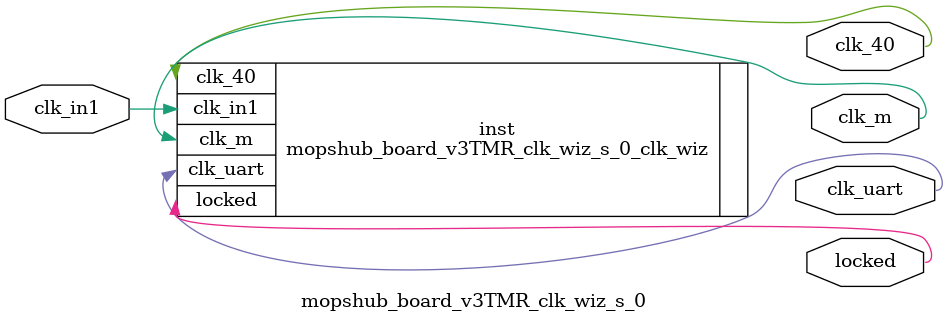
<source format=v>


`timescale 1ps/1ps

(* CORE_GENERATION_INFO = "mopshub_board_v3TMR_clk_wiz_s_0,clk_wiz_v6_0_6_0_0,{component_name=mopshub_board_v3TMR_clk_wiz_s_0,use_phase_alignment=true,use_min_o_jitter=false,use_max_i_jitter=false,use_dyn_phase_shift=false,use_inclk_switchover=false,use_dyn_reconfig=false,enable_axi=0,feedback_source=FDBK_AUTO,PRIMITIVE=MMCM,num_out_clk=3,clkin1_period=25.000,clkin2_period=10.0,use_power_down=false,use_reset=false,use_locked=true,use_inclk_stopped=false,feedback_type=SINGLE,CLOCK_MGR_TYPE=NA,manual_override=false}" *)

module mopshub_board_v3TMR_clk_wiz_s_0 
 (
  // Clock out ports
  output        clk_40,
  output        clk_m,
  output        clk_uart,
  // Status and control signals
  output        locked,
 // Clock in ports
  input         clk_in1
 );

  mopshub_board_v3TMR_clk_wiz_s_0_clk_wiz inst
  (
  // Clock out ports  
  .clk_40(clk_40),
  .clk_m(clk_m),
  .clk_uart(clk_uart),
  // Status and control signals               
  .locked(locked),
 // Clock in ports
  .clk_in1(clk_in1)
  );

endmodule

</source>
